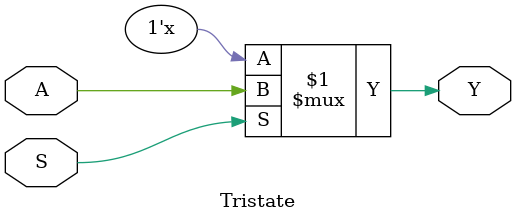
<source format=v>
/*
 * Tristate.v
 * 
 * "Unidirectional Pass Gate- passes driving input or high impedance signal"
 */
module Tristate (
    // Tristate I/O.
    input  A,
    output Y,
    
    // Control signal.
    input  S
);

// Select between driving output with input or not drive net at all.
assign Y = (S) ? A : 1'bZ;

endmodule

</source>
